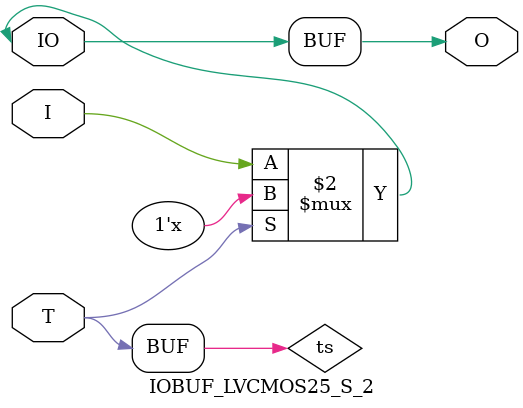
<source format=v>

/*

FUNCTION    : INPUT TRI-STATE OUTPUT BUFFER

*/

`celldefine
`timescale  100 ps / 10 ps

module IOBUF_LVCMOS25_S_2 (O, IO, I, T);

    output O;

    inout  IO;

    input  I, T;

    or O1 (ts, 1'b0, T);
    bufif0 T1 (IO, I, ts);

    buf B1 (O, IO);

endmodule

</source>
